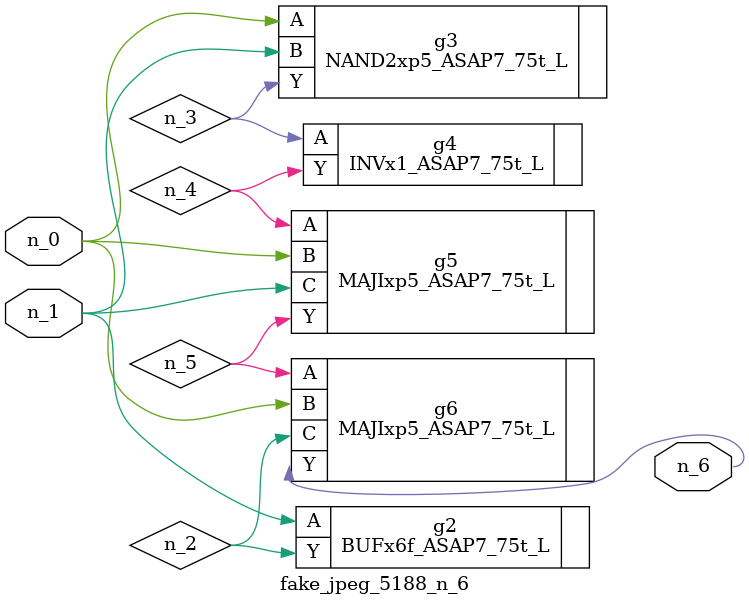
<source format=v>
module fake_jpeg_5188_n_6 (n_0, n_1, n_6);

input n_0;
input n_1;

output n_6;

wire n_3;
wire n_2;
wire n_4;
wire n_5;

BUFx6f_ASAP7_75t_L g2 ( 
.A(n_1),
.Y(n_2)
);

NAND2xp5_ASAP7_75t_L g3 ( 
.A(n_0),
.B(n_1),
.Y(n_3)
);

INVx1_ASAP7_75t_L g4 ( 
.A(n_3),
.Y(n_4)
);

MAJIxp5_ASAP7_75t_L g5 ( 
.A(n_4),
.B(n_0),
.C(n_1),
.Y(n_5)
);

MAJIxp5_ASAP7_75t_L g6 ( 
.A(n_5),
.B(n_0),
.C(n_2),
.Y(n_6)
);


endmodule
</source>
